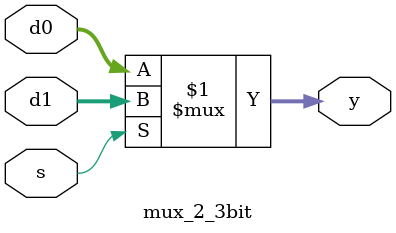
<source format=sv>
`timescale 1ns / 1ps


module mux_2_3bit(input logic [2:0] d0, d1,
    input logic s,
    output logic [2:0] y);
    
    assign y = s ? d1 : d0;
endmodule

</source>
